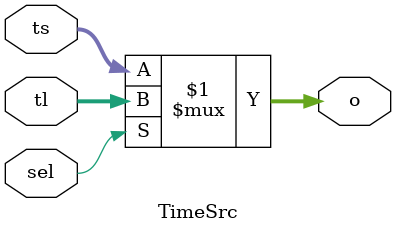
<source format=v>
module TimeSrc(o, sel, ts, tl);
	output [10:0] o;
	input sel;
	input [10:0] ts, tl;
	
	assign o = sel ? tl : ts;
endmodule
</source>
